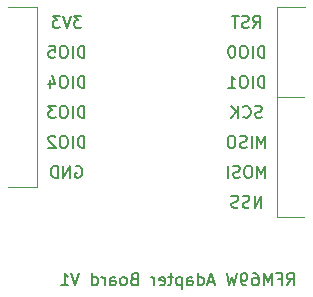
<source format=gbo>
G04 #@! TF.GenerationSoftware,KiCad,Pcbnew,6.0.6*
G04 #@! TF.CreationDate,2022-07-10T21:03:59+02:00*
G04 #@! TF.ProjectId,radio_board,72616469-6f5f-4626-9f61-72642e6b6963,rev?*
G04 #@! TF.SameCoordinates,Original*
G04 #@! TF.FileFunction,Legend,Bot*
G04 #@! TF.FilePolarity,Positive*
%FSLAX46Y46*%
G04 Gerber Fmt 4.6, Leading zero omitted, Abs format (unit mm)*
G04 Created by KiCad (PCBNEW 6.0.6) date 2022-07-10 21:03:59*
%MOMM*%
%LPD*%
G01*
G04 APERTURE LIST*
%ADD10C,0.150000*%
%ADD11C,0.120000*%
%ADD12R,3.000000X3.000000*%
%ADD13C,1.700000*%
%ADD14O,1.700000X1.700000*%
G04 APERTURE END LIST*
D10*
X159988095Y-90892380D02*
X159369047Y-90892380D01*
X159702380Y-91273333D01*
X159559523Y-91273333D01*
X159464285Y-91320952D01*
X159416666Y-91368571D01*
X159369047Y-91463809D01*
X159369047Y-91701904D01*
X159416666Y-91797142D01*
X159464285Y-91844761D01*
X159559523Y-91892380D01*
X159845238Y-91892380D01*
X159940476Y-91844761D01*
X159988095Y-91797142D01*
X159083333Y-90892380D02*
X158750000Y-91892380D01*
X158416666Y-90892380D01*
X158178571Y-90892380D02*
X157559523Y-90892380D01*
X157892857Y-91273333D01*
X157750000Y-91273333D01*
X157654761Y-91320952D01*
X157607142Y-91368571D01*
X157559523Y-91463809D01*
X157559523Y-91701904D01*
X157607142Y-91797142D01*
X157654761Y-91844761D01*
X157750000Y-91892380D01*
X158035714Y-91892380D01*
X158130952Y-91844761D01*
X158178571Y-91797142D01*
X160250000Y-96972380D02*
X160250000Y-95972380D01*
X160011904Y-95972380D01*
X159869047Y-96020000D01*
X159773809Y-96115238D01*
X159726190Y-96210476D01*
X159678571Y-96400952D01*
X159678571Y-96543809D01*
X159726190Y-96734285D01*
X159773809Y-96829523D01*
X159869047Y-96924761D01*
X160011904Y-96972380D01*
X160250000Y-96972380D01*
X159250000Y-96972380D02*
X159250000Y-95972380D01*
X158583333Y-95972380D02*
X158392857Y-95972380D01*
X158297619Y-96020000D01*
X158202380Y-96115238D01*
X158154761Y-96305714D01*
X158154761Y-96639047D01*
X158202380Y-96829523D01*
X158297619Y-96924761D01*
X158392857Y-96972380D01*
X158583333Y-96972380D01*
X158678571Y-96924761D01*
X158773809Y-96829523D01*
X158821428Y-96639047D01*
X158821428Y-96305714D01*
X158773809Y-96115238D01*
X158678571Y-96020000D01*
X158583333Y-95972380D01*
X157297619Y-96305714D02*
X157297619Y-96972380D01*
X157535714Y-95924761D02*
X157773809Y-96639047D01*
X157154761Y-96639047D01*
X160250000Y-99512380D02*
X160250000Y-98512380D01*
X160011904Y-98512380D01*
X159869047Y-98560000D01*
X159773809Y-98655238D01*
X159726190Y-98750476D01*
X159678571Y-98940952D01*
X159678571Y-99083809D01*
X159726190Y-99274285D01*
X159773809Y-99369523D01*
X159869047Y-99464761D01*
X160011904Y-99512380D01*
X160250000Y-99512380D01*
X159250000Y-99512380D02*
X159250000Y-98512380D01*
X158583333Y-98512380D02*
X158392857Y-98512380D01*
X158297619Y-98560000D01*
X158202380Y-98655238D01*
X158154761Y-98845714D01*
X158154761Y-99179047D01*
X158202380Y-99369523D01*
X158297619Y-99464761D01*
X158392857Y-99512380D01*
X158583333Y-99512380D01*
X158678571Y-99464761D01*
X158773809Y-99369523D01*
X158821428Y-99179047D01*
X158821428Y-98845714D01*
X158773809Y-98655238D01*
X158678571Y-98560000D01*
X158583333Y-98512380D01*
X157821428Y-98512380D02*
X157202380Y-98512380D01*
X157535714Y-98893333D01*
X157392857Y-98893333D01*
X157297619Y-98940952D01*
X157250000Y-98988571D01*
X157202380Y-99083809D01*
X157202380Y-99321904D01*
X157250000Y-99417142D01*
X157297619Y-99464761D01*
X157392857Y-99512380D01*
X157678571Y-99512380D01*
X157773809Y-99464761D01*
X157821428Y-99417142D01*
X160250000Y-102052380D02*
X160250000Y-101052380D01*
X160011904Y-101052380D01*
X159869047Y-101100000D01*
X159773809Y-101195238D01*
X159726190Y-101290476D01*
X159678571Y-101480952D01*
X159678571Y-101623809D01*
X159726190Y-101814285D01*
X159773809Y-101909523D01*
X159869047Y-102004761D01*
X160011904Y-102052380D01*
X160250000Y-102052380D01*
X159250000Y-102052380D02*
X159250000Y-101052380D01*
X158583333Y-101052380D02*
X158392857Y-101052380D01*
X158297619Y-101100000D01*
X158202380Y-101195238D01*
X158154761Y-101385714D01*
X158154761Y-101719047D01*
X158202380Y-101909523D01*
X158297619Y-102004761D01*
X158392857Y-102052380D01*
X158583333Y-102052380D01*
X158678571Y-102004761D01*
X158773809Y-101909523D01*
X158821428Y-101719047D01*
X158821428Y-101385714D01*
X158773809Y-101195238D01*
X158678571Y-101100000D01*
X158583333Y-101052380D01*
X157773809Y-101147619D02*
X157726190Y-101100000D01*
X157630952Y-101052380D01*
X157392857Y-101052380D01*
X157297619Y-101100000D01*
X157250000Y-101147619D01*
X157202380Y-101242857D01*
X157202380Y-101338095D01*
X157250000Y-101480952D01*
X157821428Y-102052380D01*
X157202380Y-102052380D01*
X175490000Y-96972380D02*
X175490000Y-95972380D01*
X175251904Y-95972380D01*
X175109047Y-96020000D01*
X175013809Y-96115238D01*
X174966190Y-96210476D01*
X174918571Y-96400952D01*
X174918571Y-96543809D01*
X174966190Y-96734285D01*
X175013809Y-96829523D01*
X175109047Y-96924761D01*
X175251904Y-96972380D01*
X175490000Y-96972380D01*
X174490000Y-96972380D02*
X174490000Y-95972380D01*
X173823333Y-95972380D02*
X173632857Y-95972380D01*
X173537619Y-96020000D01*
X173442380Y-96115238D01*
X173394761Y-96305714D01*
X173394761Y-96639047D01*
X173442380Y-96829523D01*
X173537619Y-96924761D01*
X173632857Y-96972380D01*
X173823333Y-96972380D01*
X173918571Y-96924761D01*
X174013809Y-96829523D01*
X174061428Y-96639047D01*
X174061428Y-96305714D01*
X174013809Y-96115238D01*
X173918571Y-96020000D01*
X173823333Y-95972380D01*
X172442380Y-96972380D02*
X173013809Y-96972380D01*
X172728095Y-96972380D02*
X172728095Y-95972380D01*
X172823333Y-96115238D01*
X172918571Y-96210476D01*
X173013809Y-96258095D01*
X159511904Y-103640000D02*
X159607142Y-103592380D01*
X159750000Y-103592380D01*
X159892857Y-103640000D01*
X159988095Y-103735238D01*
X160035714Y-103830476D01*
X160083333Y-104020952D01*
X160083333Y-104163809D01*
X160035714Y-104354285D01*
X159988095Y-104449523D01*
X159892857Y-104544761D01*
X159750000Y-104592380D01*
X159654761Y-104592380D01*
X159511904Y-104544761D01*
X159464285Y-104497142D01*
X159464285Y-104163809D01*
X159654761Y-104163809D01*
X159035714Y-104592380D02*
X159035714Y-103592380D01*
X158464285Y-104592380D01*
X158464285Y-103592380D01*
X157988095Y-104592380D02*
X157988095Y-103592380D01*
X157750000Y-103592380D01*
X157607142Y-103640000D01*
X157511904Y-103735238D01*
X157464285Y-103830476D01*
X157416666Y-104020952D01*
X157416666Y-104163809D01*
X157464285Y-104354285D01*
X157511904Y-104449523D01*
X157607142Y-104544761D01*
X157750000Y-104592380D01*
X157988095Y-104592380D01*
X175275714Y-99464761D02*
X175132857Y-99512380D01*
X174894761Y-99512380D01*
X174799523Y-99464761D01*
X174751904Y-99417142D01*
X174704285Y-99321904D01*
X174704285Y-99226666D01*
X174751904Y-99131428D01*
X174799523Y-99083809D01*
X174894761Y-99036190D01*
X175085238Y-98988571D01*
X175180476Y-98940952D01*
X175228095Y-98893333D01*
X175275714Y-98798095D01*
X175275714Y-98702857D01*
X175228095Y-98607619D01*
X175180476Y-98560000D01*
X175085238Y-98512380D01*
X174847142Y-98512380D01*
X174704285Y-98560000D01*
X173704285Y-99417142D02*
X173751904Y-99464761D01*
X173894761Y-99512380D01*
X173990000Y-99512380D01*
X174132857Y-99464761D01*
X174228095Y-99369523D01*
X174275714Y-99274285D01*
X174323333Y-99083809D01*
X174323333Y-98940952D01*
X174275714Y-98750476D01*
X174228095Y-98655238D01*
X174132857Y-98560000D01*
X173990000Y-98512380D01*
X173894761Y-98512380D01*
X173751904Y-98560000D01*
X173704285Y-98607619D01*
X173275714Y-99512380D02*
X173275714Y-98512380D01*
X172704285Y-99512380D02*
X173132857Y-98940952D01*
X172704285Y-98512380D02*
X173275714Y-99083809D01*
X177388095Y-113682380D02*
X177721428Y-113206190D01*
X177959523Y-113682380D02*
X177959523Y-112682380D01*
X177578571Y-112682380D01*
X177483333Y-112730000D01*
X177435714Y-112777619D01*
X177388095Y-112872857D01*
X177388095Y-113015714D01*
X177435714Y-113110952D01*
X177483333Y-113158571D01*
X177578571Y-113206190D01*
X177959523Y-113206190D01*
X176626190Y-113158571D02*
X176959523Y-113158571D01*
X176959523Y-113682380D02*
X176959523Y-112682380D01*
X176483333Y-112682380D01*
X176102380Y-113682380D02*
X176102380Y-112682380D01*
X175769047Y-113396666D01*
X175435714Y-112682380D01*
X175435714Y-113682380D01*
X174530952Y-112682380D02*
X174721428Y-112682380D01*
X174816666Y-112730000D01*
X174864285Y-112777619D01*
X174959523Y-112920476D01*
X175007142Y-113110952D01*
X175007142Y-113491904D01*
X174959523Y-113587142D01*
X174911904Y-113634761D01*
X174816666Y-113682380D01*
X174626190Y-113682380D01*
X174530952Y-113634761D01*
X174483333Y-113587142D01*
X174435714Y-113491904D01*
X174435714Y-113253809D01*
X174483333Y-113158571D01*
X174530952Y-113110952D01*
X174626190Y-113063333D01*
X174816666Y-113063333D01*
X174911904Y-113110952D01*
X174959523Y-113158571D01*
X175007142Y-113253809D01*
X173959523Y-113682380D02*
X173769047Y-113682380D01*
X173673809Y-113634761D01*
X173626190Y-113587142D01*
X173530952Y-113444285D01*
X173483333Y-113253809D01*
X173483333Y-112872857D01*
X173530952Y-112777619D01*
X173578571Y-112730000D01*
X173673809Y-112682380D01*
X173864285Y-112682380D01*
X173959523Y-112730000D01*
X174007142Y-112777619D01*
X174054761Y-112872857D01*
X174054761Y-113110952D01*
X174007142Y-113206190D01*
X173959523Y-113253809D01*
X173864285Y-113301428D01*
X173673809Y-113301428D01*
X173578571Y-113253809D01*
X173530952Y-113206190D01*
X173483333Y-113110952D01*
X173150000Y-112682380D02*
X172911904Y-113682380D01*
X172721428Y-112968095D01*
X172530952Y-113682380D01*
X172292857Y-112682380D01*
X171197619Y-113396666D02*
X170721428Y-113396666D01*
X171292857Y-113682380D02*
X170959523Y-112682380D01*
X170626190Y-113682380D01*
X169864285Y-113682380D02*
X169864285Y-112682380D01*
X169864285Y-113634761D02*
X169959523Y-113682380D01*
X170150000Y-113682380D01*
X170245238Y-113634761D01*
X170292857Y-113587142D01*
X170340476Y-113491904D01*
X170340476Y-113206190D01*
X170292857Y-113110952D01*
X170245238Y-113063333D01*
X170150000Y-113015714D01*
X169959523Y-113015714D01*
X169864285Y-113063333D01*
X168959523Y-113682380D02*
X168959523Y-113158571D01*
X169007142Y-113063333D01*
X169102380Y-113015714D01*
X169292857Y-113015714D01*
X169388095Y-113063333D01*
X168959523Y-113634761D02*
X169054761Y-113682380D01*
X169292857Y-113682380D01*
X169388095Y-113634761D01*
X169435714Y-113539523D01*
X169435714Y-113444285D01*
X169388095Y-113349047D01*
X169292857Y-113301428D01*
X169054761Y-113301428D01*
X168959523Y-113253809D01*
X168483333Y-113015714D02*
X168483333Y-114015714D01*
X168483333Y-113063333D02*
X168388095Y-113015714D01*
X168197619Y-113015714D01*
X168102380Y-113063333D01*
X168054761Y-113110952D01*
X168007142Y-113206190D01*
X168007142Y-113491904D01*
X168054761Y-113587142D01*
X168102380Y-113634761D01*
X168197619Y-113682380D01*
X168388095Y-113682380D01*
X168483333Y-113634761D01*
X167721428Y-113015714D02*
X167340476Y-113015714D01*
X167578571Y-112682380D02*
X167578571Y-113539523D01*
X167530952Y-113634761D01*
X167435714Y-113682380D01*
X167340476Y-113682380D01*
X166626190Y-113634761D02*
X166721428Y-113682380D01*
X166911904Y-113682380D01*
X167007142Y-113634761D01*
X167054761Y-113539523D01*
X167054761Y-113158571D01*
X167007142Y-113063333D01*
X166911904Y-113015714D01*
X166721428Y-113015714D01*
X166626190Y-113063333D01*
X166578571Y-113158571D01*
X166578571Y-113253809D01*
X167054761Y-113349047D01*
X166150000Y-113682380D02*
X166150000Y-113015714D01*
X166150000Y-113206190D02*
X166102380Y-113110952D01*
X166054761Y-113063333D01*
X165959523Y-113015714D01*
X165864285Y-113015714D01*
X164435714Y-113158571D02*
X164292857Y-113206190D01*
X164245238Y-113253809D01*
X164197619Y-113349047D01*
X164197619Y-113491904D01*
X164245238Y-113587142D01*
X164292857Y-113634761D01*
X164388095Y-113682380D01*
X164769047Y-113682380D01*
X164769047Y-112682380D01*
X164435714Y-112682380D01*
X164340476Y-112730000D01*
X164292857Y-112777619D01*
X164245238Y-112872857D01*
X164245238Y-112968095D01*
X164292857Y-113063333D01*
X164340476Y-113110952D01*
X164435714Y-113158571D01*
X164769047Y-113158571D01*
X163626190Y-113682380D02*
X163721428Y-113634761D01*
X163769047Y-113587142D01*
X163816666Y-113491904D01*
X163816666Y-113206190D01*
X163769047Y-113110952D01*
X163721428Y-113063333D01*
X163626190Y-113015714D01*
X163483333Y-113015714D01*
X163388095Y-113063333D01*
X163340476Y-113110952D01*
X163292857Y-113206190D01*
X163292857Y-113491904D01*
X163340476Y-113587142D01*
X163388095Y-113634761D01*
X163483333Y-113682380D01*
X163626190Y-113682380D01*
X162435714Y-113682380D02*
X162435714Y-113158571D01*
X162483333Y-113063333D01*
X162578571Y-113015714D01*
X162769047Y-113015714D01*
X162864285Y-113063333D01*
X162435714Y-113634761D02*
X162530952Y-113682380D01*
X162769047Y-113682380D01*
X162864285Y-113634761D01*
X162911904Y-113539523D01*
X162911904Y-113444285D01*
X162864285Y-113349047D01*
X162769047Y-113301428D01*
X162530952Y-113301428D01*
X162435714Y-113253809D01*
X161959523Y-113682380D02*
X161959523Y-113015714D01*
X161959523Y-113206190D02*
X161911904Y-113110952D01*
X161864285Y-113063333D01*
X161769047Y-113015714D01*
X161673809Y-113015714D01*
X160911904Y-113682380D02*
X160911904Y-112682380D01*
X160911904Y-113634761D02*
X161007142Y-113682380D01*
X161197619Y-113682380D01*
X161292857Y-113634761D01*
X161340476Y-113587142D01*
X161388095Y-113491904D01*
X161388095Y-113206190D01*
X161340476Y-113110952D01*
X161292857Y-113063333D01*
X161197619Y-113015714D01*
X161007142Y-113015714D01*
X160911904Y-113063333D01*
X159816666Y-112682380D02*
X159483333Y-113682380D01*
X159150000Y-112682380D01*
X158292857Y-113682380D02*
X158864285Y-113682380D01*
X158578571Y-113682380D02*
X158578571Y-112682380D01*
X158673809Y-112825238D01*
X158769047Y-112920476D01*
X158864285Y-112968095D01*
X160250000Y-94432380D02*
X160250000Y-93432380D01*
X160011904Y-93432380D01*
X159869047Y-93480000D01*
X159773809Y-93575238D01*
X159726190Y-93670476D01*
X159678571Y-93860952D01*
X159678571Y-94003809D01*
X159726190Y-94194285D01*
X159773809Y-94289523D01*
X159869047Y-94384761D01*
X160011904Y-94432380D01*
X160250000Y-94432380D01*
X159250000Y-94432380D02*
X159250000Y-93432380D01*
X158583333Y-93432380D02*
X158392857Y-93432380D01*
X158297619Y-93480000D01*
X158202380Y-93575238D01*
X158154761Y-93765714D01*
X158154761Y-94099047D01*
X158202380Y-94289523D01*
X158297619Y-94384761D01*
X158392857Y-94432380D01*
X158583333Y-94432380D01*
X158678571Y-94384761D01*
X158773809Y-94289523D01*
X158821428Y-94099047D01*
X158821428Y-93765714D01*
X158773809Y-93575238D01*
X158678571Y-93480000D01*
X158583333Y-93432380D01*
X157250000Y-93432380D02*
X157726190Y-93432380D01*
X157773809Y-93908571D01*
X157726190Y-93860952D01*
X157630952Y-93813333D01*
X157392857Y-93813333D01*
X157297619Y-93860952D01*
X157250000Y-93908571D01*
X157202380Y-94003809D01*
X157202380Y-94241904D01*
X157250000Y-94337142D01*
X157297619Y-94384761D01*
X157392857Y-94432380D01*
X157630952Y-94432380D01*
X157726190Y-94384761D01*
X157773809Y-94337142D01*
X174537619Y-91892380D02*
X174870952Y-91416190D01*
X175109047Y-91892380D02*
X175109047Y-90892380D01*
X174728095Y-90892380D01*
X174632857Y-90940000D01*
X174585238Y-90987619D01*
X174537619Y-91082857D01*
X174537619Y-91225714D01*
X174585238Y-91320952D01*
X174632857Y-91368571D01*
X174728095Y-91416190D01*
X175109047Y-91416190D01*
X174156666Y-91844761D02*
X174013809Y-91892380D01*
X173775714Y-91892380D01*
X173680476Y-91844761D01*
X173632857Y-91797142D01*
X173585238Y-91701904D01*
X173585238Y-91606666D01*
X173632857Y-91511428D01*
X173680476Y-91463809D01*
X173775714Y-91416190D01*
X173966190Y-91368571D01*
X174061428Y-91320952D01*
X174109047Y-91273333D01*
X174156666Y-91178095D01*
X174156666Y-91082857D01*
X174109047Y-90987619D01*
X174061428Y-90940000D01*
X173966190Y-90892380D01*
X173728095Y-90892380D01*
X173585238Y-90940000D01*
X173299523Y-90892380D02*
X172728095Y-90892380D01*
X173013809Y-91892380D02*
X173013809Y-90892380D01*
X175561428Y-104592380D02*
X175561428Y-103592380D01*
X175228095Y-104306666D01*
X174894761Y-103592380D01*
X174894761Y-104592380D01*
X174228095Y-103592380D02*
X174037619Y-103592380D01*
X173942380Y-103640000D01*
X173847142Y-103735238D01*
X173799523Y-103925714D01*
X173799523Y-104259047D01*
X173847142Y-104449523D01*
X173942380Y-104544761D01*
X174037619Y-104592380D01*
X174228095Y-104592380D01*
X174323333Y-104544761D01*
X174418571Y-104449523D01*
X174466190Y-104259047D01*
X174466190Y-103925714D01*
X174418571Y-103735238D01*
X174323333Y-103640000D01*
X174228095Y-103592380D01*
X173418571Y-104544761D02*
X173275714Y-104592380D01*
X173037619Y-104592380D01*
X172942380Y-104544761D01*
X172894761Y-104497142D01*
X172847142Y-104401904D01*
X172847142Y-104306666D01*
X172894761Y-104211428D01*
X172942380Y-104163809D01*
X173037619Y-104116190D01*
X173228095Y-104068571D01*
X173323333Y-104020952D01*
X173370952Y-103973333D01*
X173418571Y-103878095D01*
X173418571Y-103782857D01*
X173370952Y-103687619D01*
X173323333Y-103640000D01*
X173228095Y-103592380D01*
X172990000Y-103592380D01*
X172847142Y-103640000D01*
X172418571Y-104592380D02*
X172418571Y-103592380D01*
X175561428Y-102052380D02*
X175561428Y-101052380D01*
X175228095Y-101766666D01*
X174894761Y-101052380D01*
X174894761Y-102052380D01*
X174418571Y-102052380D02*
X174418571Y-101052380D01*
X173990000Y-102004761D02*
X173847142Y-102052380D01*
X173609047Y-102052380D01*
X173513809Y-102004761D01*
X173466190Y-101957142D01*
X173418571Y-101861904D01*
X173418571Y-101766666D01*
X173466190Y-101671428D01*
X173513809Y-101623809D01*
X173609047Y-101576190D01*
X173799523Y-101528571D01*
X173894761Y-101480952D01*
X173942380Y-101433333D01*
X173990000Y-101338095D01*
X173990000Y-101242857D01*
X173942380Y-101147619D01*
X173894761Y-101100000D01*
X173799523Y-101052380D01*
X173561428Y-101052380D01*
X173418571Y-101100000D01*
X172799523Y-101052380D02*
X172609047Y-101052380D01*
X172513809Y-101100000D01*
X172418571Y-101195238D01*
X172370952Y-101385714D01*
X172370952Y-101719047D01*
X172418571Y-101909523D01*
X172513809Y-102004761D01*
X172609047Y-102052380D01*
X172799523Y-102052380D01*
X172894761Y-102004761D01*
X172990000Y-101909523D01*
X173037619Y-101719047D01*
X173037619Y-101385714D01*
X172990000Y-101195238D01*
X172894761Y-101100000D01*
X172799523Y-101052380D01*
X175490000Y-94432380D02*
X175490000Y-93432380D01*
X175251904Y-93432380D01*
X175109047Y-93480000D01*
X175013809Y-93575238D01*
X174966190Y-93670476D01*
X174918571Y-93860952D01*
X174918571Y-94003809D01*
X174966190Y-94194285D01*
X175013809Y-94289523D01*
X175109047Y-94384761D01*
X175251904Y-94432380D01*
X175490000Y-94432380D01*
X174490000Y-94432380D02*
X174490000Y-93432380D01*
X173823333Y-93432380D02*
X173632857Y-93432380D01*
X173537619Y-93480000D01*
X173442380Y-93575238D01*
X173394761Y-93765714D01*
X173394761Y-94099047D01*
X173442380Y-94289523D01*
X173537619Y-94384761D01*
X173632857Y-94432380D01*
X173823333Y-94432380D01*
X173918571Y-94384761D01*
X174013809Y-94289523D01*
X174061428Y-94099047D01*
X174061428Y-93765714D01*
X174013809Y-93575238D01*
X173918571Y-93480000D01*
X173823333Y-93432380D01*
X172775714Y-93432380D02*
X172680476Y-93432380D01*
X172585238Y-93480000D01*
X172537619Y-93527619D01*
X172490000Y-93622857D01*
X172442380Y-93813333D01*
X172442380Y-94051428D01*
X172490000Y-94241904D01*
X172537619Y-94337142D01*
X172585238Y-94384761D01*
X172680476Y-94432380D01*
X172775714Y-94432380D01*
X172870952Y-94384761D01*
X172918571Y-94337142D01*
X172966190Y-94241904D01*
X173013809Y-94051428D01*
X173013809Y-93813333D01*
X172966190Y-93622857D01*
X172918571Y-93527619D01*
X172870952Y-93480000D01*
X172775714Y-93432380D01*
X175228095Y-107132380D02*
X175228095Y-106132380D01*
X174656666Y-107132380D01*
X174656666Y-106132380D01*
X174228095Y-107084761D02*
X174085238Y-107132380D01*
X173847142Y-107132380D01*
X173751904Y-107084761D01*
X173704285Y-107037142D01*
X173656666Y-106941904D01*
X173656666Y-106846666D01*
X173704285Y-106751428D01*
X173751904Y-106703809D01*
X173847142Y-106656190D01*
X174037619Y-106608571D01*
X174132857Y-106560952D01*
X174180476Y-106513333D01*
X174228095Y-106418095D01*
X174228095Y-106322857D01*
X174180476Y-106227619D01*
X174132857Y-106180000D01*
X174037619Y-106132380D01*
X173799523Y-106132380D01*
X173656666Y-106180000D01*
X173275714Y-107084761D02*
X173132857Y-107132380D01*
X172894761Y-107132380D01*
X172799523Y-107084761D01*
X172751904Y-107037142D01*
X172704285Y-106941904D01*
X172704285Y-106846666D01*
X172751904Y-106751428D01*
X172799523Y-106703809D01*
X172894761Y-106656190D01*
X173085238Y-106608571D01*
X173180476Y-106560952D01*
X173228095Y-106513333D01*
X173275714Y-106418095D01*
X173275714Y-106322857D01*
X173228095Y-106227619D01*
X173180476Y-106180000D01*
X173085238Y-106132380D01*
X172847142Y-106132380D01*
X172704285Y-106180000D01*
D11*
X156210000Y-105410000D02*
X153822400Y-105410000D01*
X156210000Y-90170000D02*
X156210000Y-105410000D01*
X153797000Y-90170000D02*
X156210000Y-90170000D01*
X178866800Y-107950000D02*
X176530000Y-107950000D01*
X176530000Y-107950000D02*
X176530000Y-90170000D01*
X176530000Y-90170000D02*
X178892200Y-90170000D01*
X176530000Y-97790000D02*
X178866800Y-97790000D01*
%LPC*%
D12*
X156114000Y-109022000D03*
D13*
X154940000Y-91440000D03*
D14*
X154940000Y-93980000D03*
X154940000Y-96520000D03*
X154940000Y-99060000D03*
X154940000Y-101600000D03*
X154940000Y-104140000D03*
D13*
X177800000Y-91440000D03*
D14*
X177800000Y-93980000D03*
X177800000Y-96520000D03*
X177800000Y-99060000D03*
X177800000Y-101600000D03*
X177800000Y-104140000D03*
X177800000Y-106680000D03*
M02*

</source>
